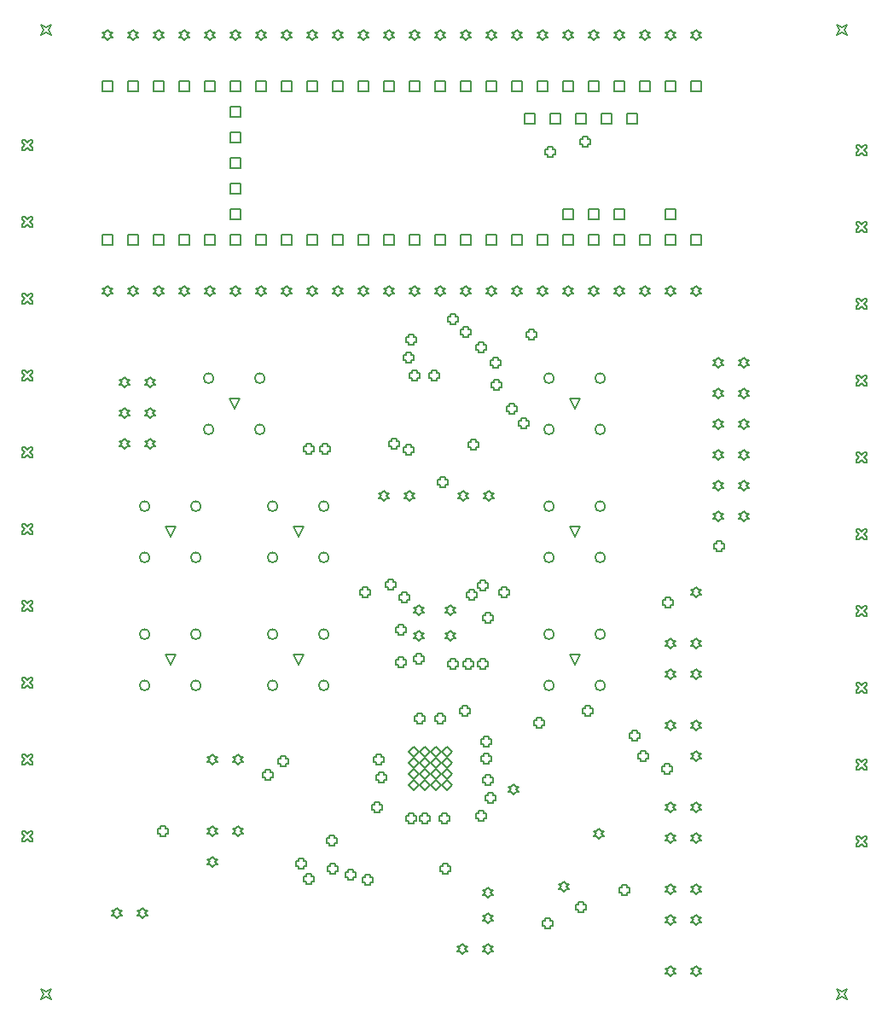
<source format=gbr>
%TF.GenerationSoftware,Altium Limited,Altium Designer,22.3.1 (43)*%
G04 Layer_Color=2752767*
%FSLAX26Y26*%
%MOIN*%
%TF.SameCoordinates,25215B7F-5601-44EC-B639-707B6E2D0B24*%
%TF.FilePolarity,Positive*%
%TF.FileFunction,Drawing*%
%TF.Part,Single*%
G01*
G75*
%TA.AperFunction,NonConductor*%
%ADD72C,0.005000*%
%ADD101C,0.006667*%
D72*
X2020000Y3550000D02*
Y3590000D01*
X2060000D01*
Y3550000D01*
X2020000D01*
X2120000D02*
Y3590000D01*
X2160000D01*
Y3550000D01*
X2120000D01*
X2220000D02*
Y3590000D01*
X2260000D01*
Y3550000D01*
X2220000D01*
X2320000D02*
Y3590000D01*
X2360000D01*
Y3550000D01*
X2320000D01*
X2420000D02*
Y3590000D01*
X2460000D01*
Y3550000D01*
X2420000D01*
X2170000Y3175000D02*
Y3215000D01*
X2210000D01*
Y3175000D01*
X2170000D01*
X2270000D02*
Y3215000D01*
X2310000D01*
Y3175000D01*
X2270000D01*
X2370000D02*
Y3215000D01*
X2410000D01*
Y3175000D01*
X2370000D01*
X2570000D02*
Y3215000D01*
X2610000D01*
Y3175000D01*
X2570000D01*
X870000D02*
Y3215000D01*
X910000D01*
Y3175000D01*
X870000D01*
Y3475000D02*
Y3515000D01*
X910000D01*
Y3475000D01*
X870000D01*
Y3275000D02*
Y3315000D01*
X910000D01*
Y3275000D01*
X870000D01*
Y3375000D02*
Y3415000D01*
X910000D01*
Y3375000D01*
X870000D01*
Y3575000D02*
Y3615000D01*
X910000D01*
Y3575000D01*
X870000D01*
X1170000Y3075000D02*
Y3115000D01*
X1210000D01*
Y3075000D01*
X1170000D01*
X1070000D02*
Y3115000D01*
X1110000D01*
Y3075000D01*
X1070000D01*
X970000D02*
Y3115000D01*
X1010000D01*
Y3075000D01*
X970000D01*
X870000D02*
Y3115000D01*
X910000D01*
Y3075000D01*
X870000D01*
X770000D02*
Y3115000D01*
X810000D01*
Y3075000D01*
X770000D01*
X670000D02*
Y3115000D01*
X710000D01*
Y3075000D01*
X670000D01*
X570000D02*
Y3115000D01*
X610000D01*
Y3075000D01*
X570000D01*
X470000D02*
Y3115000D01*
X510000D01*
Y3075000D01*
X470000D01*
X370000D02*
Y3115000D01*
X410000D01*
Y3075000D01*
X370000D01*
Y3675000D02*
Y3715000D01*
X410000D01*
Y3675000D01*
X370000D01*
X470000D02*
Y3715000D01*
X510000D01*
Y3675000D01*
X470000D01*
X570000D02*
Y3715000D01*
X610000D01*
Y3675000D01*
X570000D01*
X670000D02*
Y3715000D01*
X710000D01*
Y3675000D01*
X670000D01*
X770000D02*
Y3715000D01*
X810000D01*
Y3675000D01*
X770000D01*
X870000D02*
Y3715000D01*
X910000D01*
Y3675000D01*
X870000D01*
X970000D02*
Y3715000D01*
X1010000D01*
Y3675000D01*
X970000D01*
X1070000D02*
Y3715000D01*
X1110000D01*
Y3675000D01*
X1070000D01*
X1170000D02*
Y3715000D01*
X1210000D01*
Y3675000D01*
X1170000D01*
X1270000Y3075000D02*
Y3115000D01*
X1310000D01*
Y3075000D01*
X1270000D01*
Y3675000D02*
Y3715000D01*
X1310000D01*
Y3675000D01*
X1270000D01*
X2670000Y3075000D02*
Y3115000D01*
X2710000D01*
Y3075000D01*
X2670000D01*
Y3675000D02*
Y3715000D01*
X2710000D01*
Y3675000D01*
X2670000D01*
X2570000Y3075000D02*
Y3115000D01*
X2610000D01*
Y3075000D01*
X2570000D01*
X2470000D02*
Y3115000D01*
X2510000D01*
Y3075000D01*
X2470000D01*
X2570000Y3675000D02*
Y3715000D01*
X2610000D01*
Y3675000D01*
X2570000D01*
X2370000Y3075000D02*
Y3115000D01*
X2410000D01*
Y3075000D01*
X2370000D01*
X2270000D02*
Y3115000D01*
X2310000D01*
Y3075000D01*
X2270000D01*
X2170000D02*
Y3115000D01*
X2210000D01*
Y3075000D01*
X2170000D01*
X2070000D02*
Y3115000D01*
X2110000D01*
Y3075000D01*
X2070000D01*
X1970000D02*
Y3115000D01*
X2010000D01*
Y3075000D01*
X1970000D01*
X1870000D02*
Y3115000D01*
X1910000D01*
Y3075000D01*
X1870000D01*
X1770000D02*
Y3115000D01*
X1810000D01*
Y3075000D01*
X1770000D01*
X1670000D02*
Y3115000D01*
X1710000D01*
Y3075000D01*
X1670000D01*
X1570000D02*
Y3115000D01*
X1610000D01*
Y3075000D01*
X1570000D01*
X1470000D02*
Y3115000D01*
X1510000D01*
Y3075000D01*
X1470000D01*
X1370000D02*
Y3115000D01*
X1410000D01*
Y3075000D01*
X1370000D01*
Y3675000D02*
Y3715000D01*
X1410000D01*
Y3675000D01*
X1370000D01*
X1470000D02*
Y3715000D01*
X1510000D01*
Y3675000D01*
X1470000D01*
X1570000D02*
Y3715000D01*
X1610000D01*
Y3675000D01*
X1570000D01*
X1670000D02*
Y3715000D01*
X1710000D01*
Y3675000D01*
X1670000D01*
X1770000D02*
Y3715000D01*
X1810000D01*
Y3675000D01*
X1770000D01*
X1870000D02*
Y3715000D01*
X1910000D01*
Y3675000D01*
X1870000D01*
X1970000D02*
Y3715000D01*
X2010000D01*
Y3675000D01*
X1970000D01*
X2070000D02*
Y3715000D01*
X2110000D01*
Y3675000D01*
X2070000D01*
X2170000D02*
Y3715000D01*
X2210000D01*
Y3675000D01*
X2170000D01*
X2270000D02*
Y3715000D01*
X2310000D01*
Y3675000D01*
X2270000D01*
X2370000D02*
Y3715000D01*
X2410000D01*
Y3675000D01*
X2370000D01*
X2470000D02*
Y3715000D01*
X2510000D01*
Y3675000D01*
X2470000D01*
X2215000Y2435000D02*
X2195000Y2475000D01*
X2235000D01*
X2215000Y2435000D01*
X885000D02*
X865000Y2475000D01*
X905000D01*
X885000Y2435000D01*
X2174737Y548660D02*
X2184737Y558660D01*
X2194737D01*
X2184737Y568660D01*
X2194737Y578660D01*
X2184737D01*
X2174737Y588660D01*
X2164737Y578660D01*
X2154737D01*
X2164737Y568660D01*
X2154737Y558660D01*
X2164737D01*
X2174737Y548660D01*
X1875000Y425000D02*
X1885000Y435000D01*
X1895000D01*
X1885000Y445000D01*
X1895000Y455000D01*
X1885000D01*
X1875000Y465000D01*
X1865000Y455000D01*
X1855000D01*
X1865000Y445000D01*
X1855000Y435000D01*
X1865000D01*
X1875000Y425000D01*
Y525000D02*
X1885000Y535000D01*
X1895000D01*
X1885000Y545000D01*
X1895000Y555000D01*
X1885000D01*
X1875000Y565000D01*
X1865000Y555000D01*
X1855000D01*
X1865000Y545000D01*
X1855000Y535000D01*
X1865000D01*
X1875000Y525000D01*
X2310000Y755000D02*
X2320000Y765000D01*
X2330000D01*
X2320000Y775000D01*
X2330000Y785000D01*
X2320000D01*
X2310000Y795000D01*
X2300000Y785000D01*
X2290000D01*
X2300000Y775000D01*
X2290000Y765000D01*
X2300000D01*
X2310000Y755000D01*
X1975000Y930000D02*
X1985000Y940000D01*
X1995000D01*
X1985000Y950000D01*
X1995000Y960000D01*
X1985000D01*
X1975000Y970000D01*
X1965000Y960000D01*
X1955000D01*
X1965000Y950000D01*
X1955000Y940000D01*
X1965000D01*
X1975000Y930000D01*
X3240000Y3895000D02*
X3250000Y3915000D01*
X3240000Y3935000D01*
X3260000Y3925000D01*
X3280000Y3935000D01*
X3270000Y3915000D01*
X3280000Y3895000D01*
X3260000Y3905000D01*
X3240000Y3895000D01*
X130000D02*
X140000Y3915000D01*
X130000Y3935000D01*
X150000Y3925000D01*
X170000Y3935000D01*
X160000Y3915000D01*
X170000Y3895000D01*
X150000Y3905000D01*
X130000Y3895000D01*
X3240000Y130000D02*
X3250000Y150000D01*
X3240000Y170000D01*
X3260000Y160000D01*
X3280000Y170000D01*
X3270000Y150000D01*
X3280000Y130000D01*
X3260000Y140000D01*
X3240000Y130000D01*
X130000D02*
X140000Y150000D01*
X130000Y170000D01*
X150000Y160000D01*
X170000Y170000D01*
X160000Y150000D01*
X170000Y130000D01*
X150000Y140000D01*
X130000Y130000D01*
X2690000Y1060000D02*
X2700000Y1070000D01*
X2710000D01*
X2700000Y1080000D01*
X2710000Y1090000D01*
X2700000D01*
X2690000Y1100000D01*
X2680000Y1090000D01*
X2670000D01*
X2680000Y1080000D01*
X2670000Y1070000D01*
X2680000D01*
X2690000Y1060000D01*
X800000Y645000D02*
X810000Y655000D01*
X820000D01*
X810000Y665000D01*
X820000Y675000D01*
X810000D01*
X800000Y685000D01*
X790000Y675000D01*
X780000D01*
X790000Y665000D01*
X780000Y655000D01*
X790000D01*
X800000Y645000D01*
X2690000Y1700000D02*
X2700000Y1710000D01*
X2710000D01*
X2700000Y1720000D01*
X2710000Y1730000D01*
X2700000D01*
X2690000Y1740000D01*
X2680000Y1730000D01*
X2670000D01*
X2680000Y1720000D01*
X2670000Y1710000D01*
X2680000D01*
X2690000Y1700000D01*
X1135000Y1435000D02*
X1115000Y1475000D01*
X1155000D01*
X1135000Y1435000D01*
Y1935000D02*
X1115000Y1975000D01*
X1155000D01*
X1135000Y1935000D01*
X1780000Y2075000D02*
X1790000Y2085000D01*
X1800000D01*
X1790000Y2095000D01*
X1800000Y2105000D01*
X1790000D01*
X1780000Y2115000D01*
X1770000Y2105000D01*
X1760000D01*
X1770000Y2095000D01*
X1760000Y2085000D01*
X1770000D01*
X1780000Y2075000D01*
X1880000D02*
X1890000Y2085000D01*
X1900000D01*
X1890000Y2095000D01*
X1900000Y2105000D01*
X1890000D01*
X1880000Y2115000D01*
X1870000Y2105000D01*
X1860000D01*
X1870000Y2095000D01*
X1860000Y2085000D01*
X1870000D01*
X1880000Y2075000D01*
X1470000D02*
X1480000Y2085000D01*
X1490000D01*
X1480000Y2095000D01*
X1490000Y2105000D01*
X1480000D01*
X1470000Y2115000D01*
X1460000Y2105000D01*
X1450000D01*
X1460000Y2095000D01*
X1450000Y2085000D01*
X1460000D01*
X1470000Y2075000D01*
X1570000D02*
X1580000Y2085000D01*
X1590000D01*
X1580000Y2095000D01*
X1590000Y2105000D01*
X1580000D01*
X1570000Y2115000D01*
X1560000Y2105000D01*
X1550000D01*
X1560000Y2095000D01*
X1550000Y2085000D01*
X1560000D01*
X1570000Y2075000D01*
X2215000Y1935000D02*
X2195000Y1975000D01*
X2235000D01*
X2215000Y1935000D01*
X2690000Y220000D02*
X2700000Y230000D01*
X2710000D01*
X2700000Y240000D01*
X2710000Y250000D01*
X2700000D01*
X2690000Y260000D01*
X2680000Y250000D01*
X2670000D01*
X2680000Y240000D01*
X2670000Y230000D01*
X2680000D01*
X2690000Y220000D01*
X2590000D02*
X2600000Y230000D01*
X2610000D01*
X2600000Y240000D01*
X2610000Y250000D01*
X2600000D01*
X2590000Y260000D01*
X2580000Y250000D01*
X2570000D01*
X2580000Y240000D01*
X2570000Y230000D01*
X2580000D01*
X2590000Y220000D01*
Y420000D02*
X2600000Y430000D01*
X2610000D01*
X2600000Y440000D01*
X2610000Y450000D01*
X2600000D01*
X2590000Y460000D01*
X2580000Y450000D01*
X2570000D01*
X2580000Y440000D01*
X2570000Y430000D01*
X2580000D01*
X2590000Y420000D01*
X2690000D02*
X2700000Y430000D01*
X2710000D01*
X2700000Y440000D01*
X2710000Y450000D01*
X2700000D01*
X2690000Y460000D01*
X2680000Y450000D01*
X2670000D01*
X2680000Y440000D01*
X2670000Y430000D01*
X2680000D01*
X2690000Y420000D01*
Y540000D02*
X2700000Y550000D01*
X2710000D01*
X2700000Y560000D01*
X2710000Y570000D01*
X2700000D01*
X2690000Y580000D01*
X2680000Y570000D01*
X2670000D01*
X2680000Y560000D01*
X2670000Y550000D01*
X2680000D01*
X2690000Y540000D01*
X2590000D02*
X2600000Y550000D01*
X2610000D01*
X2600000Y560000D01*
X2610000Y570000D01*
X2600000D01*
X2590000Y580000D01*
X2580000Y570000D01*
X2570000D01*
X2580000Y560000D01*
X2570000Y550000D01*
X2580000D01*
X2590000Y540000D01*
Y1380000D02*
X2600000Y1390000D01*
X2610000D01*
X2600000Y1400000D01*
X2610000Y1410000D01*
X2600000D01*
X2590000Y1420000D01*
X2580000Y1410000D01*
X2570000D01*
X2580000Y1400000D01*
X2570000Y1390000D01*
X2580000D01*
X2590000Y1380000D01*
X2690000D02*
X2700000Y1390000D01*
X2710000D01*
X2700000Y1400000D01*
X2710000Y1410000D01*
X2700000D01*
X2690000Y1420000D01*
X2680000Y1410000D01*
X2670000D01*
X2680000Y1400000D01*
X2670000Y1390000D01*
X2680000D01*
X2690000Y1380000D01*
Y1500000D02*
X2700000Y1510000D01*
X2710000D01*
X2700000Y1520000D01*
X2710000Y1530000D01*
X2700000D01*
X2690000Y1540000D01*
X2680000Y1530000D01*
X2670000D01*
X2680000Y1520000D01*
X2670000Y1510000D01*
X2680000D01*
X2690000Y1500000D01*
X2590000D02*
X2600000Y1510000D01*
X2610000D01*
X2600000Y1520000D01*
X2610000Y1530000D01*
X2600000D01*
X2590000Y1540000D01*
X2580000Y1530000D01*
X2570000D01*
X2580000Y1520000D01*
X2570000Y1510000D01*
X2580000D01*
X2590000Y1500000D01*
X2690000Y1180000D02*
X2700000Y1190000D01*
X2710000D01*
X2700000Y1200000D01*
X2710000Y1210000D01*
X2700000D01*
X2690000Y1220000D01*
X2680000Y1210000D01*
X2670000D01*
X2680000Y1200000D01*
X2670000Y1190000D01*
X2680000D01*
X2690000Y1180000D01*
X2590000D02*
X2600000Y1190000D01*
X2610000D01*
X2600000Y1200000D01*
X2610000Y1210000D01*
X2600000D01*
X2590000Y1220000D01*
X2580000Y1210000D01*
X2570000D01*
X2580000Y1200000D01*
X2570000Y1190000D01*
X2580000D01*
X2590000Y1180000D01*
X2690000Y860000D02*
X2700000Y870000D01*
X2710000D01*
X2700000Y880000D01*
X2710000Y890000D01*
X2700000D01*
X2690000Y900000D01*
X2680000Y890000D01*
X2670000D01*
X2680000Y880000D01*
X2670000Y870000D01*
X2680000D01*
X2690000Y860000D01*
X2590000D02*
X2600000Y870000D01*
X2610000D01*
X2600000Y880000D01*
X2610000Y890000D01*
X2600000D01*
X2590000Y900000D01*
X2580000Y890000D01*
X2570000D01*
X2580000Y880000D01*
X2570000Y870000D01*
X2580000D01*
X2590000Y860000D01*
Y740000D02*
X2600000Y750000D01*
X2610000D01*
X2600000Y760000D01*
X2610000Y770000D01*
X2600000D01*
X2590000Y780000D01*
X2580000Y770000D01*
X2570000D01*
X2580000Y760000D01*
X2570000Y750000D01*
X2580000D01*
X2590000Y740000D01*
X2690000D02*
X2700000Y750000D01*
X2710000D01*
X2700000Y760000D01*
X2710000Y770000D01*
X2700000D01*
X2690000Y780000D01*
X2680000Y770000D01*
X2670000D01*
X2680000Y760000D01*
X2670000Y750000D01*
X2680000D01*
X2690000Y740000D01*
X555000Y2520000D02*
X565000Y2530000D01*
X575000D01*
X565000Y2540000D01*
X575000Y2550000D01*
X565000D01*
X555000Y2560000D01*
X545000Y2550000D01*
X535000D01*
X545000Y2540000D01*
X535000Y2530000D01*
X545000D01*
X555000Y2520000D01*
X455000D02*
X465000Y2530000D01*
X475000D01*
X465000Y2540000D01*
X475000Y2550000D01*
X465000D01*
X455000Y2560000D01*
X445000Y2550000D01*
X435000D01*
X445000Y2540000D01*
X435000Y2530000D01*
X445000D01*
X455000Y2520000D01*
X555000Y2400000D02*
X565000Y2410000D01*
X575000D01*
X565000Y2420000D01*
X575000Y2430000D01*
X565000D01*
X555000Y2440000D01*
X545000Y2430000D01*
X535000D01*
X545000Y2420000D01*
X535000Y2410000D01*
X545000D01*
X555000Y2400000D01*
X455000D02*
X465000Y2410000D01*
X475000D01*
X465000Y2420000D01*
X475000Y2430000D01*
X465000D01*
X455000Y2440000D01*
X445000Y2430000D01*
X435000D01*
X445000Y2420000D01*
X435000Y2410000D01*
X445000D01*
X455000Y2400000D01*
X555000Y2280000D02*
X565000Y2290000D01*
X575000D01*
X565000Y2300000D01*
X575000Y2310000D01*
X565000D01*
X555000Y2320000D01*
X545000Y2310000D01*
X535000D01*
X545000Y2300000D01*
X535000Y2290000D01*
X545000D01*
X555000Y2280000D01*
X455000D02*
X465000Y2290000D01*
X475000D01*
X465000Y2300000D01*
X475000Y2310000D01*
X465000D01*
X455000Y2320000D01*
X445000Y2310000D01*
X435000D01*
X445000Y2300000D01*
X435000Y2290000D01*
X445000D01*
X455000Y2280000D01*
X1730000Y1530000D02*
X1740000Y1540000D01*
X1750000D01*
X1740000Y1550000D01*
X1750000Y1560000D01*
X1740000D01*
X1730000Y1570000D01*
X1720000Y1560000D01*
X1710000D01*
X1720000Y1550000D01*
X1710000Y1540000D01*
X1720000D01*
X1730000Y1530000D01*
Y1630000D02*
X1740000Y1640000D01*
X1750000D01*
X1740000Y1650000D01*
X1750000Y1660000D01*
X1740000D01*
X1730000Y1670000D01*
X1720000Y1660000D01*
X1710000D01*
X1720000Y1650000D01*
X1710000Y1640000D01*
X1720000D01*
X1730000Y1630000D01*
X1605000Y1530000D02*
X1615000Y1540000D01*
X1625000D01*
X1615000Y1550000D01*
X1625000Y1560000D01*
X1615000D01*
X1605000Y1570000D01*
X1595000Y1560000D01*
X1585000D01*
X1595000Y1550000D01*
X1585000Y1540000D01*
X1595000D01*
X1605000Y1530000D01*
Y1630000D02*
X1615000Y1640000D01*
X1625000D01*
X1615000Y1650000D01*
X1625000Y1660000D01*
X1615000D01*
X1605000Y1670000D01*
X1595000Y1660000D01*
X1585000D01*
X1595000Y1650000D01*
X1585000Y1640000D01*
X1595000D01*
X1605000Y1630000D01*
X635000Y1435000D02*
X615000Y1475000D01*
X655000D01*
X635000Y1435000D01*
Y1935000D02*
X615000Y1975000D01*
X655000D01*
X635000Y1935000D01*
X2215000Y1435000D02*
X2195000Y1475000D01*
X2235000D01*
X2215000Y1435000D01*
X2775000Y2235000D02*
X2785000Y2245000D01*
X2795000D01*
X2785000Y2255000D01*
X2795000Y2265000D01*
X2785000D01*
X2775000Y2275000D01*
X2765000Y2265000D01*
X2755000D01*
X2765000Y2255000D01*
X2755000Y2245000D01*
X2765000D01*
X2775000Y2235000D01*
X2875000D02*
X2885000Y2245000D01*
X2895000D01*
X2885000Y2255000D01*
X2895000Y2265000D01*
X2885000D01*
X2875000Y2275000D01*
X2865000Y2265000D01*
X2855000D01*
X2865000Y2255000D01*
X2855000Y2245000D01*
X2865000D01*
X2875000Y2235000D01*
X2775000Y2595000D02*
X2785000Y2605000D01*
X2795000D01*
X2785000Y2615000D01*
X2795000Y2625000D01*
X2785000D01*
X2775000Y2635000D01*
X2765000Y2625000D01*
X2755000D01*
X2765000Y2615000D01*
X2755000Y2605000D01*
X2765000D01*
X2775000Y2595000D01*
X2875000D02*
X2885000Y2605000D01*
X2895000D01*
X2885000Y2615000D01*
X2895000Y2625000D01*
X2885000D01*
X2875000Y2635000D01*
X2865000Y2625000D01*
X2855000D01*
X2865000Y2615000D01*
X2855000Y2605000D01*
X2865000D01*
X2875000Y2595000D01*
X2775000Y2475000D02*
X2785000Y2485000D01*
X2795000D01*
X2785000Y2495000D01*
X2795000Y2505000D01*
X2785000D01*
X2775000Y2515000D01*
X2765000Y2505000D01*
X2755000D01*
X2765000Y2495000D01*
X2755000Y2485000D01*
X2765000D01*
X2775000Y2475000D01*
X2875000D02*
X2885000Y2485000D01*
X2895000D01*
X2885000Y2495000D01*
X2895000Y2505000D01*
X2885000D01*
X2875000Y2515000D01*
X2865000Y2505000D01*
X2855000D01*
X2865000Y2495000D01*
X2855000Y2485000D01*
X2865000D01*
X2875000Y2475000D01*
X2775000Y2355000D02*
X2785000Y2365000D01*
X2795000D01*
X2785000Y2375000D01*
X2795000Y2385000D01*
X2785000D01*
X2775000Y2395000D01*
X2765000Y2385000D01*
X2755000D01*
X2765000Y2375000D01*
X2755000Y2365000D01*
X2765000D01*
X2775000Y2355000D01*
X2875000D02*
X2885000Y2365000D01*
X2895000D01*
X2885000Y2375000D01*
X2895000Y2385000D01*
X2885000D01*
X2875000Y2395000D01*
X2865000Y2385000D01*
X2855000D01*
X2865000Y2375000D01*
X2855000Y2365000D01*
X2865000D01*
X2875000Y2355000D01*
X2775000Y1995000D02*
X2785000Y2005000D01*
X2795000D01*
X2785000Y2015000D01*
X2795000Y2025000D01*
X2785000D01*
X2775000Y2035000D01*
X2765000Y2025000D01*
X2755000D01*
X2765000Y2015000D01*
X2755000Y2005000D01*
X2765000D01*
X2775000Y1995000D01*
X2875000D02*
X2885000Y2005000D01*
X2895000D01*
X2885000Y2015000D01*
X2895000Y2025000D01*
X2885000D01*
X2875000Y2035000D01*
X2865000Y2025000D01*
X2855000D01*
X2865000Y2015000D01*
X2855000Y2005000D01*
X2865000D01*
X2875000Y1995000D01*
X2775000Y2115000D02*
X2785000Y2125000D01*
X2795000D01*
X2785000Y2135000D01*
X2795000Y2145000D01*
X2785000D01*
X2775000Y2155000D01*
X2765000Y2145000D01*
X2755000D01*
X2765000Y2135000D01*
X2755000Y2125000D01*
X2765000D01*
X2775000Y2115000D01*
X2875000D02*
X2885000Y2125000D01*
X2895000D01*
X2885000Y2135000D01*
X2895000Y2145000D01*
X2885000D01*
X2875000Y2155000D01*
X2865000Y2145000D01*
X2855000D01*
X2865000Y2135000D01*
X2855000Y2125000D01*
X2865000D01*
X2875000Y2115000D01*
X2690000Y3875000D02*
X2700000Y3885000D01*
X2710000D01*
X2700000Y3895000D01*
X2710000Y3905000D01*
X2700000D01*
X2690000Y3915000D01*
X2680000Y3905000D01*
X2670000D01*
X2680000Y3895000D01*
X2670000Y3885000D01*
X2680000D01*
X2690000Y3875000D01*
X390000D02*
X400000Y3885000D01*
X410000D01*
X400000Y3895000D01*
X410000Y3905000D01*
X400000D01*
X390000Y3915000D01*
X380000Y3905000D01*
X370000D01*
X380000Y3895000D01*
X370000Y3885000D01*
X380000D01*
X390000Y3875000D01*
X490000D02*
X500000Y3885000D01*
X510000D01*
X500000Y3895000D01*
X510000Y3905000D01*
X500000D01*
X490000Y3915000D01*
X480000Y3905000D01*
X470000D01*
X480000Y3895000D01*
X470000Y3885000D01*
X480000D01*
X490000Y3875000D01*
X590000D02*
X600000Y3885000D01*
X610000D01*
X600000Y3895000D01*
X610000Y3905000D01*
X600000D01*
X590000Y3915000D01*
X580000Y3905000D01*
X570000D01*
X580000Y3895000D01*
X570000Y3885000D01*
X580000D01*
X590000Y3875000D01*
X690000D02*
X700000Y3885000D01*
X710000D01*
X700000Y3895000D01*
X710000Y3905000D01*
X700000D01*
X690000Y3915000D01*
X680000Y3905000D01*
X670000D01*
X680000Y3895000D01*
X670000Y3885000D01*
X680000D01*
X690000Y3875000D01*
X790000D02*
X800000Y3885000D01*
X810000D01*
X800000Y3895000D01*
X810000Y3905000D01*
X800000D01*
X790000Y3915000D01*
X780000Y3905000D01*
X770000D01*
X780000Y3895000D01*
X770000Y3885000D01*
X780000D01*
X790000Y3875000D01*
X890000D02*
X900000Y3885000D01*
X910000D01*
X900000Y3895000D01*
X910000Y3905000D01*
X900000D01*
X890000Y3915000D01*
X880000Y3905000D01*
X870000D01*
X880000Y3895000D01*
X870000Y3885000D01*
X880000D01*
X890000Y3875000D01*
X990000D02*
X1000000Y3885000D01*
X1010000D01*
X1000000Y3895000D01*
X1010000Y3905000D01*
X1000000D01*
X990000Y3915000D01*
X980000Y3905000D01*
X970000D01*
X980000Y3895000D01*
X970000Y3885000D01*
X980000D01*
X990000Y3875000D01*
X1090000D02*
X1100000Y3885000D01*
X1110000D01*
X1100000Y3895000D01*
X1110000Y3905000D01*
X1100000D01*
X1090000Y3915000D01*
X1080000Y3905000D01*
X1070000D01*
X1080000Y3895000D01*
X1070000Y3885000D01*
X1080000D01*
X1090000Y3875000D01*
X1190000D02*
X1200000Y3885000D01*
X1210000D01*
X1200000Y3895000D01*
X1210000Y3905000D01*
X1200000D01*
X1190000Y3915000D01*
X1180000Y3905000D01*
X1170000D01*
X1180000Y3895000D01*
X1170000Y3885000D01*
X1180000D01*
X1190000Y3875000D01*
X1290000D02*
X1300000Y3885000D01*
X1310000D01*
X1300000Y3895000D01*
X1310000Y3905000D01*
X1300000D01*
X1290000Y3915000D01*
X1280000Y3905000D01*
X1270000D01*
X1280000Y3895000D01*
X1270000Y3885000D01*
X1280000D01*
X1290000Y3875000D01*
X1390000D02*
X1400000Y3885000D01*
X1410000D01*
X1400000Y3895000D01*
X1410000Y3905000D01*
X1400000D01*
X1390000Y3915000D01*
X1380000Y3905000D01*
X1370000D01*
X1380000Y3895000D01*
X1370000Y3885000D01*
X1380000D01*
X1390000Y3875000D01*
X1490000D02*
X1500000Y3885000D01*
X1510000D01*
X1500000Y3895000D01*
X1510000Y3905000D01*
X1500000D01*
X1490000Y3915000D01*
X1480000Y3905000D01*
X1470000D01*
X1480000Y3895000D01*
X1470000Y3885000D01*
X1480000D01*
X1490000Y3875000D01*
X1590000D02*
X1600000Y3885000D01*
X1610000D01*
X1600000Y3895000D01*
X1610000Y3905000D01*
X1600000D01*
X1590000Y3915000D01*
X1580000Y3905000D01*
X1570000D01*
X1580000Y3895000D01*
X1570000Y3885000D01*
X1580000D01*
X1590000Y3875000D01*
X1690000D02*
X1700000Y3885000D01*
X1710000D01*
X1700000Y3895000D01*
X1710000Y3905000D01*
X1700000D01*
X1690000Y3915000D01*
X1680000Y3905000D01*
X1670000D01*
X1680000Y3895000D01*
X1670000Y3885000D01*
X1680000D01*
X1690000Y3875000D01*
X1790000D02*
X1800000Y3885000D01*
X1810000D01*
X1800000Y3895000D01*
X1810000Y3905000D01*
X1800000D01*
X1790000Y3915000D01*
X1780000Y3905000D01*
X1770000D01*
X1780000Y3895000D01*
X1770000Y3885000D01*
X1780000D01*
X1790000Y3875000D01*
X1890000D02*
X1900000Y3885000D01*
X1910000D01*
X1900000Y3895000D01*
X1910000Y3905000D01*
X1900000D01*
X1890000Y3915000D01*
X1880000Y3905000D01*
X1870000D01*
X1880000Y3895000D01*
X1870000Y3885000D01*
X1880000D01*
X1890000Y3875000D01*
X1990000D02*
X2000000Y3885000D01*
X2010000D01*
X2000000Y3895000D01*
X2010000Y3905000D01*
X2000000D01*
X1990000Y3915000D01*
X1980000Y3905000D01*
X1970000D01*
X1980000Y3895000D01*
X1970000Y3885000D01*
X1980000D01*
X1990000Y3875000D01*
X2090000D02*
X2100000Y3885000D01*
X2110000D01*
X2100000Y3895000D01*
X2110000Y3905000D01*
X2100000D01*
X2090000Y3915000D01*
X2080000Y3905000D01*
X2070000D01*
X2080000Y3895000D01*
X2070000Y3885000D01*
X2080000D01*
X2090000Y3875000D01*
X2190000D02*
X2200000Y3885000D01*
X2210000D01*
X2200000Y3895000D01*
X2210000Y3905000D01*
X2200000D01*
X2190000Y3915000D01*
X2180000Y3905000D01*
X2170000D01*
X2180000Y3895000D01*
X2170000Y3885000D01*
X2180000D01*
X2190000Y3875000D01*
X2290000D02*
X2300000Y3885000D01*
X2310000D01*
X2300000Y3895000D01*
X2310000Y3905000D01*
X2300000D01*
X2290000Y3915000D01*
X2280000Y3905000D01*
X2270000D01*
X2280000Y3895000D01*
X2270000Y3885000D01*
X2280000D01*
X2290000Y3875000D01*
X2390000D02*
X2400000Y3885000D01*
X2410000D01*
X2400000Y3895000D01*
X2410000Y3905000D01*
X2400000D01*
X2390000Y3915000D01*
X2380000Y3905000D01*
X2370000D01*
X2380000Y3895000D01*
X2370000Y3885000D01*
X2380000D01*
X2390000Y3875000D01*
X2490000D02*
X2500000Y3885000D01*
X2510000D01*
X2500000Y3895000D01*
X2510000Y3905000D01*
X2500000D01*
X2490000Y3915000D01*
X2480000Y3905000D01*
X2470000D01*
X2480000Y3895000D01*
X2470000Y3885000D01*
X2480000D01*
X2490000Y3875000D01*
X2590000D02*
X2600000Y3885000D01*
X2610000D01*
X2600000Y3895000D01*
X2610000Y3905000D01*
X2600000D01*
X2590000Y3915000D01*
X2580000Y3905000D01*
X2570000D01*
X2580000Y3895000D01*
X2570000Y3885000D01*
X2580000D01*
X2590000Y3875000D01*
X2690000Y2875000D02*
X2700000Y2885000D01*
X2710000D01*
X2700000Y2895000D01*
X2710000Y2905000D01*
X2700000D01*
X2690000Y2915000D01*
X2680000Y2905000D01*
X2670000D01*
X2680000Y2895000D01*
X2670000Y2885000D01*
X2680000D01*
X2690000Y2875000D01*
X390000D02*
X400000Y2885000D01*
X410000D01*
X400000Y2895000D01*
X410000Y2905000D01*
X400000D01*
X390000Y2915000D01*
X380000Y2905000D01*
X370000D01*
X380000Y2895000D01*
X370000Y2885000D01*
X380000D01*
X390000Y2875000D01*
X490000D02*
X500000Y2885000D01*
X510000D01*
X500000Y2895000D01*
X510000Y2905000D01*
X500000D01*
X490000Y2915000D01*
X480000Y2905000D01*
X470000D01*
X480000Y2895000D01*
X470000Y2885000D01*
X480000D01*
X490000Y2875000D01*
X590000D02*
X600000Y2885000D01*
X610000D01*
X600000Y2895000D01*
X610000Y2905000D01*
X600000D01*
X590000Y2915000D01*
X580000Y2905000D01*
X570000D01*
X580000Y2895000D01*
X570000Y2885000D01*
X580000D01*
X590000Y2875000D01*
X690000D02*
X700000Y2885000D01*
X710000D01*
X700000Y2895000D01*
X710000Y2905000D01*
X700000D01*
X690000Y2915000D01*
X680000Y2905000D01*
X670000D01*
X680000Y2895000D01*
X670000Y2885000D01*
X680000D01*
X690000Y2875000D01*
X790000D02*
X800000Y2885000D01*
X810000D01*
X800000Y2895000D01*
X810000Y2905000D01*
X800000D01*
X790000Y2915000D01*
X780000Y2905000D01*
X770000D01*
X780000Y2895000D01*
X770000Y2885000D01*
X780000D01*
X790000Y2875000D01*
X890000D02*
X900000Y2885000D01*
X910000D01*
X900000Y2895000D01*
X910000Y2905000D01*
X900000D01*
X890000Y2915000D01*
X880000Y2905000D01*
X870000D01*
X880000Y2895000D01*
X870000Y2885000D01*
X880000D01*
X890000Y2875000D01*
X990000D02*
X1000000Y2885000D01*
X1010000D01*
X1000000Y2895000D01*
X1010000Y2905000D01*
X1000000D01*
X990000Y2915000D01*
X980000Y2905000D01*
X970000D01*
X980000Y2895000D01*
X970000Y2885000D01*
X980000D01*
X990000Y2875000D01*
X1090000D02*
X1100000Y2885000D01*
X1110000D01*
X1100000Y2895000D01*
X1110000Y2905000D01*
X1100000D01*
X1090000Y2915000D01*
X1080000Y2905000D01*
X1070000D01*
X1080000Y2895000D01*
X1070000Y2885000D01*
X1080000D01*
X1090000Y2875000D01*
X1190000D02*
X1200000Y2885000D01*
X1210000D01*
X1200000Y2895000D01*
X1210000Y2905000D01*
X1200000D01*
X1190000Y2915000D01*
X1180000Y2905000D01*
X1170000D01*
X1180000Y2895000D01*
X1170000Y2885000D01*
X1180000D01*
X1190000Y2875000D01*
X1290000D02*
X1300000Y2885000D01*
X1310000D01*
X1300000Y2895000D01*
X1310000Y2905000D01*
X1300000D01*
X1290000Y2915000D01*
X1280000Y2905000D01*
X1270000D01*
X1280000Y2895000D01*
X1270000Y2885000D01*
X1280000D01*
X1290000Y2875000D01*
X1390000D02*
X1400000Y2885000D01*
X1410000D01*
X1400000Y2895000D01*
X1410000Y2905000D01*
X1400000D01*
X1390000Y2915000D01*
X1380000Y2905000D01*
X1370000D01*
X1380000Y2895000D01*
X1370000Y2885000D01*
X1380000D01*
X1390000Y2875000D01*
X1490000D02*
X1500000Y2885000D01*
X1510000D01*
X1500000Y2895000D01*
X1510000Y2905000D01*
X1500000D01*
X1490000Y2915000D01*
X1480000Y2905000D01*
X1470000D01*
X1480000Y2895000D01*
X1470000Y2885000D01*
X1480000D01*
X1490000Y2875000D01*
X1590000D02*
X1600000Y2885000D01*
X1610000D01*
X1600000Y2895000D01*
X1610000Y2905000D01*
X1600000D01*
X1590000Y2915000D01*
X1580000Y2905000D01*
X1570000D01*
X1580000Y2895000D01*
X1570000Y2885000D01*
X1580000D01*
X1590000Y2875000D01*
X1690000D02*
X1700000Y2885000D01*
X1710000D01*
X1700000Y2895000D01*
X1710000Y2905000D01*
X1700000D01*
X1690000Y2915000D01*
X1680000Y2905000D01*
X1670000D01*
X1680000Y2895000D01*
X1670000Y2885000D01*
X1680000D01*
X1690000Y2875000D01*
X1790000D02*
X1800000Y2885000D01*
X1810000D01*
X1800000Y2895000D01*
X1810000Y2905000D01*
X1800000D01*
X1790000Y2915000D01*
X1780000Y2905000D01*
X1770000D01*
X1780000Y2895000D01*
X1770000Y2885000D01*
X1780000D01*
X1790000Y2875000D01*
X1890000D02*
X1900000Y2885000D01*
X1910000D01*
X1900000Y2895000D01*
X1910000Y2905000D01*
X1900000D01*
X1890000Y2915000D01*
X1880000Y2905000D01*
X1870000D01*
X1880000Y2895000D01*
X1870000Y2885000D01*
X1880000D01*
X1890000Y2875000D01*
X1990000D02*
X2000000Y2885000D01*
X2010000D01*
X2000000Y2895000D01*
X2010000Y2905000D01*
X2000000D01*
X1990000Y2915000D01*
X1980000Y2905000D01*
X1970000D01*
X1980000Y2895000D01*
X1970000Y2885000D01*
X1980000D01*
X1990000Y2875000D01*
X2090000D02*
X2100000Y2885000D01*
X2110000D01*
X2100000Y2895000D01*
X2110000Y2905000D01*
X2100000D01*
X2090000Y2915000D01*
X2080000Y2905000D01*
X2070000D01*
X2080000Y2895000D01*
X2070000Y2885000D01*
X2080000D01*
X2090000Y2875000D01*
X2190000D02*
X2200000Y2885000D01*
X2210000D01*
X2200000Y2895000D01*
X2210000Y2905000D01*
X2200000D01*
X2190000Y2915000D01*
X2180000Y2905000D01*
X2170000D01*
X2180000Y2895000D01*
X2170000Y2885000D01*
X2180000D01*
X2190000Y2875000D01*
X2290000D02*
X2300000Y2885000D01*
X2310000D01*
X2300000Y2895000D01*
X2310000Y2905000D01*
X2300000D01*
X2290000Y2915000D01*
X2280000Y2905000D01*
X2270000D01*
X2280000Y2895000D01*
X2270000Y2885000D01*
X2280000D01*
X2290000Y2875000D01*
X2390000D02*
X2400000Y2885000D01*
X2410000D01*
X2400000Y2895000D01*
X2410000Y2905000D01*
X2400000D01*
X2390000Y2915000D01*
X2380000Y2905000D01*
X2370000D01*
X2380000Y2895000D01*
X2370000Y2885000D01*
X2380000D01*
X2390000Y2875000D01*
X2490000D02*
X2500000Y2885000D01*
X2510000D01*
X2500000Y2895000D01*
X2510000Y2905000D01*
X2500000D01*
X2490000Y2915000D01*
X2480000Y2905000D01*
X2470000D01*
X2480000Y2895000D01*
X2470000Y2885000D01*
X2480000D01*
X2490000Y2875000D01*
X2590000D02*
X2600000Y2885000D01*
X2610000D01*
X2600000Y2895000D01*
X2610000Y2905000D01*
X2600000D01*
X2590000Y2915000D01*
X2580000Y2905000D01*
X2570000D01*
X2580000Y2895000D01*
X2570000Y2885000D01*
X2580000D01*
X2590000Y2875000D01*
X425000Y445000D02*
X435000Y455000D01*
X445000D01*
X435000Y465000D01*
X445000Y475000D01*
X435000D01*
X425000Y485000D01*
X415000Y475000D01*
X405000D01*
X415000Y465000D01*
X405000Y455000D01*
X415000D01*
X425000Y445000D01*
X525000D02*
X535000Y455000D01*
X545000D01*
X535000Y465000D01*
X545000Y475000D01*
X535000D01*
X525000Y485000D01*
X515000Y475000D01*
X505000D01*
X515000Y465000D01*
X505000Y455000D01*
X515000D01*
X525000Y445000D01*
X800000Y1045000D02*
X810000Y1055000D01*
X820000D01*
X810000Y1065000D01*
X820000Y1075000D01*
X810000D01*
X800000Y1085000D01*
X790000Y1075000D01*
X780000D01*
X790000Y1065000D01*
X780000Y1055000D01*
X790000D01*
X800000Y1045000D01*
X900000D02*
X910000Y1055000D01*
X920000D01*
X910000Y1065000D01*
X920000Y1075000D01*
X910000D01*
X900000Y1085000D01*
X890000Y1075000D01*
X880000D01*
X890000Y1065000D01*
X880000Y1055000D01*
X890000D01*
X900000Y1045000D01*
X1875000Y305000D02*
X1885000Y315000D01*
X1895000D01*
X1885000Y325000D01*
X1895000Y335000D01*
X1885000D01*
X1875000Y345000D01*
X1865000Y335000D01*
X1855000D01*
X1865000Y325000D01*
X1855000Y315000D01*
X1865000D01*
X1875000Y305000D01*
X1775000D02*
X1785000Y315000D01*
X1795000D01*
X1785000Y325000D01*
X1795000Y335000D01*
X1785000D01*
X1775000Y345000D01*
X1765000Y335000D01*
X1755000D01*
X1765000Y325000D01*
X1755000Y315000D01*
X1765000D01*
X1775000Y305000D01*
X900000Y765000D02*
X910000Y775000D01*
X920000D01*
X910000Y785000D01*
X920000Y795000D01*
X910000D01*
X900000Y805000D01*
X890000Y795000D01*
X880000D01*
X890000Y785000D01*
X880000Y775000D01*
X890000D01*
X900000Y765000D01*
X800000D02*
X810000Y775000D01*
X820000D01*
X810000Y785000D01*
X820000Y795000D01*
X810000D01*
X800000Y805000D01*
X790000Y795000D01*
X780000D01*
X790000Y785000D01*
X780000Y775000D01*
X790000D01*
X800000Y765000D01*
X2005000Y2370000D02*
Y2360000D01*
X2025000D01*
Y2370000D01*
X2035000D01*
Y2390000D01*
X2025000D01*
Y2400000D01*
X2005000D01*
Y2390000D01*
X1995000D01*
Y2370000D01*
X2005000D01*
X2035000Y2715000D02*
Y2705000D01*
X2055000D01*
Y2715000D01*
X2065000D01*
Y2735000D01*
X2055000D01*
Y2745000D01*
X2035000D01*
Y2735000D01*
X2025000D01*
Y2715000D01*
X2035000D01*
X1960000Y2425000D02*
Y2415000D01*
X1980000D01*
Y2425000D01*
X1990000D01*
Y2445000D01*
X1980000D01*
Y2455000D01*
X1960000D01*
Y2445000D01*
X1950000D01*
Y2425000D01*
X1960000D01*
X1810000Y2285000D02*
Y2275000D01*
X1830000D01*
Y2285000D01*
X1840000D01*
Y2305000D01*
X1830000D01*
Y2315000D01*
X1810000D01*
Y2305000D01*
X1800000D01*
Y2285000D01*
X1810000D01*
X1525000Y1563436D02*
Y1553436D01*
X1545000D01*
Y1563436D01*
X1555000D01*
Y1583436D01*
X1545000D01*
Y1593436D01*
X1525000D01*
Y1583436D01*
X1515000D01*
Y1563436D01*
X1525000D01*
X1540000Y1690000D02*
Y1680000D01*
X1560000D01*
Y1690000D01*
X1570000D01*
Y1710000D01*
X1560000D01*
Y1720000D01*
X1540000D01*
Y1710000D01*
X1530000D01*
Y1690000D01*
X1540000D01*
X1255000Y738436D02*
Y728436D01*
X1275000D01*
Y738436D01*
X1285000D01*
Y758436D01*
X1275000D01*
Y768436D01*
X1255000D01*
Y758436D01*
X1245000D01*
Y738436D01*
X1255000D01*
X1555000Y2265000D02*
Y2255000D01*
X1575000D01*
Y2265000D01*
X1585000D01*
Y2285000D01*
X1575000D01*
Y2295000D01*
X1555000D01*
Y2285000D01*
X1545000D01*
Y2265000D01*
X1555000D01*
X1691038Y2138952D02*
Y2128952D01*
X1711038D01*
Y2138952D01*
X1721038D01*
Y2158952D01*
X1711038D01*
Y2168952D01*
X1691038D01*
Y2158952D01*
X1681038D01*
Y2138952D01*
X1691038D01*
X3315000Y2825000D02*
X3325000D01*
X3335000Y2835000D01*
X3345000Y2825000D01*
X3355000D01*
Y2835000D01*
X3345000Y2845000D01*
X3355000Y2855000D01*
Y2865000D01*
X3345000D01*
X3335000Y2855000D01*
X3325000Y2865000D01*
X3315000D01*
Y2855000D01*
X3325000Y2845000D01*
X3315000Y2835000D01*
Y2825000D01*
Y1625000D02*
X3325000D01*
X3335000Y1635000D01*
X3345000Y1625000D01*
X3355000D01*
Y1635000D01*
X3345000Y1645000D01*
X3355000Y1655000D01*
Y1665000D01*
X3345000D01*
X3335000Y1655000D01*
X3325000Y1665000D01*
X3315000D01*
Y1655000D01*
X3325000Y1645000D01*
X3315000Y1635000D01*
Y1625000D01*
Y1325000D02*
X3325000D01*
X3335000Y1335000D01*
X3345000Y1325000D01*
X3355000D01*
Y1335000D01*
X3345000Y1345000D01*
X3355000Y1355000D01*
Y1365000D01*
X3345000D01*
X3335000Y1355000D01*
X3325000Y1365000D01*
X3315000D01*
Y1355000D01*
X3325000Y1345000D01*
X3315000Y1335000D01*
Y1325000D01*
Y1025000D02*
X3325000D01*
X3335000Y1035000D01*
X3345000Y1025000D01*
X3355000D01*
Y1035000D01*
X3345000Y1045000D01*
X3355000Y1055000D01*
Y1065000D01*
X3345000D01*
X3335000Y1055000D01*
X3325000Y1065000D01*
X3315000D01*
Y1055000D01*
X3325000Y1045000D01*
X3315000Y1035000D01*
Y1025000D01*
Y3125000D02*
X3325000D01*
X3335000Y3135000D01*
X3345000Y3125000D01*
X3355000D01*
Y3135000D01*
X3345000Y3145000D01*
X3355000Y3155000D01*
Y3165000D01*
X3345000D01*
X3335000Y3155000D01*
X3325000Y3165000D01*
X3315000D01*
Y3155000D01*
X3325000Y3145000D01*
X3315000Y3135000D01*
Y3125000D01*
Y2525000D02*
X3325000D01*
X3335000Y2535000D01*
X3345000Y2525000D01*
X3355000D01*
Y2535000D01*
X3345000Y2545000D01*
X3355000Y2555000D01*
Y2565000D01*
X3345000D01*
X3335000Y2555000D01*
X3325000Y2565000D01*
X3315000D01*
Y2555000D01*
X3325000Y2545000D01*
X3315000Y2535000D01*
Y2525000D01*
Y2225000D02*
X3325000D01*
X3335000Y2235000D01*
X3345000Y2225000D01*
X3355000D01*
Y2235000D01*
X3345000Y2245000D01*
X3355000Y2255000D01*
Y2265000D01*
X3345000D01*
X3335000Y2255000D01*
X3325000Y2265000D01*
X3315000D01*
Y2255000D01*
X3325000Y2245000D01*
X3315000Y2235000D01*
Y2225000D01*
Y1925000D02*
X3325000D01*
X3335000Y1935000D01*
X3345000Y1925000D01*
X3355000D01*
Y1935000D01*
X3345000Y1945000D01*
X3355000Y1955000D01*
Y1965000D01*
X3345000D01*
X3335000Y1955000D01*
X3325000Y1965000D01*
X3315000D01*
Y1955000D01*
X3325000Y1945000D01*
X3315000Y1935000D01*
Y1925000D01*
Y725000D02*
X3325000D01*
X3335000Y735000D01*
X3345000Y725000D01*
X3355000D01*
Y735000D01*
X3345000Y745000D01*
X3355000Y755000D01*
Y765000D01*
X3345000D01*
X3335000Y755000D01*
X3325000Y765000D01*
X3315000D01*
Y755000D01*
X3325000Y745000D01*
X3315000Y735000D01*
Y725000D01*
Y3425000D02*
X3325000D01*
X3335000Y3435000D01*
X3345000Y3425000D01*
X3355000D01*
Y3435000D01*
X3345000Y3445000D01*
X3355000Y3455000D01*
Y3465000D01*
X3345000D01*
X3335000Y3455000D01*
X3325000Y3465000D01*
X3315000D01*
Y3455000D01*
X3325000Y3445000D01*
X3315000Y3435000D01*
Y3425000D01*
X55000Y745000D02*
X65000D01*
X75000Y755000D01*
X85000Y745000D01*
X95000D01*
Y755000D01*
X85000Y765000D01*
X95000Y775000D01*
Y785000D01*
X85000D01*
X75000Y775000D01*
X65000Y785000D01*
X55000D01*
Y775000D01*
X65000Y765000D01*
X55000Y755000D01*
Y745000D01*
Y1045000D02*
X65000D01*
X75000Y1055000D01*
X85000Y1045000D01*
X95000D01*
Y1055000D01*
X85000Y1065000D01*
X95000Y1075000D01*
Y1085000D01*
X85000D01*
X75000Y1075000D01*
X65000Y1085000D01*
X55000D01*
Y1075000D01*
X65000Y1065000D01*
X55000Y1055000D01*
Y1045000D01*
Y1345000D02*
X65000D01*
X75000Y1355000D01*
X85000Y1345000D01*
X95000D01*
Y1355000D01*
X85000Y1365000D01*
X95000Y1375000D01*
Y1385000D01*
X85000D01*
X75000Y1375000D01*
X65000Y1385000D01*
X55000D01*
Y1375000D01*
X65000Y1365000D01*
X55000Y1355000D01*
Y1345000D01*
Y1645000D02*
X65000D01*
X75000Y1655000D01*
X85000Y1645000D01*
X95000D01*
Y1655000D01*
X85000Y1665000D01*
X95000Y1675000D01*
Y1685000D01*
X85000D01*
X75000Y1675000D01*
X65000Y1685000D01*
X55000D01*
Y1675000D01*
X65000Y1665000D01*
X55000Y1655000D01*
Y1645000D01*
Y1945000D02*
X65000D01*
X75000Y1955000D01*
X85000Y1945000D01*
X95000D01*
Y1955000D01*
X85000Y1965000D01*
X95000Y1975000D01*
Y1985000D01*
X85000D01*
X75000Y1975000D01*
X65000Y1985000D01*
X55000D01*
Y1975000D01*
X65000Y1965000D01*
X55000Y1955000D01*
Y1945000D01*
Y2245000D02*
X65000D01*
X75000Y2255000D01*
X85000Y2245000D01*
X95000D01*
Y2255000D01*
X85000Y2265000D01*
X95000Y2275000D01*
Y2285000D01*
X85000D01*
X75000Y2275000D01*
X65000Y2285000D01*
X55000D01*
Y2275000D01*
X65000Y2265000D01*
X55000Y2255000D01*
Y2245000D01*
Y2545000D02*
X65000D01*
X75000Y2555000D01*
X85000Y2545000D01*
X95000D01*
Y2555000D01*
X85000Y2565000D01*
X95000Y2575000D01*
Y2585000D01*
X85000D01*
X75000Y2575000D01*
X65000Y2585000D01*
X55000D01*
Y2575000D01*
X65000Y2565000D01*
X55000Y2555000D01*
Y2545000D01*
Y2845000D02*
X65000D01*
X75000Y2855000D01*
X85000Y2845000D01*
X95000D01*
Y2855000D01*
X85000Y2865000D01*
X95000Y2875000D01*
Y2885000D01*
X85000D01*
X75000Y2875000D01*
X65000Y2885000D01*
X55000D01*
Y2875000D01*
X65000Y2865000D01*
X55000Y2855000D01*
Y2845000D01*
Y3145000D02*
X65000D01*
X75000Y3155000D01*
X85000Y3145000D01*
X95000D01*
Y3155000D01*
X85000Y3165000D01*
X95000Y3175000D01*
Y3185000D01*
X85000D01*
X75000Y3175000D01*
X65000Y3185000D01*
X55000D01*
Y3175000D01*
X65000Y3165000D01*
X55000Y3155000D01*
Y3145000D01*
Y3445000D02*
X65000D01*
X75000Y3455000D01*
X85000Y3445000D01*
X95000D01*
Y3455000D01*
X85000Y3465000D01*
X95000Y3475000D01*
Y3485000D01*
X85000D01*
X75000Y3475000D01*
X65000Y3485000D01*
X55000D01*
Y3475000D01*
X65000Y3465000D01*
X55000Y3455000D01*
Y3445000D01*
X2255000Y1245000D02*
Y1235000D01*
X2275000D01*
Y1245000D01*
X2285000D01*
Y1265000D01*
X2275000D01*
Y1275000D01*
X2255000D01*
Y1265000D01*
X2245000D01*
Y1245000D01*
X2255000D01*
X1875000Y905000D02*
Y895000D01*
X1895000D01*
Y905000D01*
X1905000D01*
Y925000D01*
X1895000D01*
Y935000D01*
X1875000D01*
Y925000D01*
X1865000D01*
Y905000D01*
X1875000D01*
X1840000Y835000D02*
Y825000D01*
X1860000D01*
Y835000D01*
X1870000D01*
Y855000D01*
X1860000D01*
Y865000D01*
X1840000D01*
Y855000D01*
X1830000D01*
Y835000D01*
X1840000D01*
X2400000Y547000D02*
Y537000D01*
X2420000D01*
Y547000D01*
X2430000D01*
Y567000D01*
X2420000D01*
Y577000D01*
X2400000D01*
Y567000D01*
X2390000D01*
Y547000D01*
X2400000D01*
X2230000Y480000D02*
Y470000D01*
X2250000D01*
Y480000D01*
X2260000D01*
Y500000D01*
X2250000D01*
Y510000D01*
X2230000D01*
Y500000D01*
X2220000D01*
Y480000D01*
X2230000D01*
X2100000Y415000D02*
Y405000D01*
X2120000D01*
Y415000D01*
X2130000D01*
Y435000D01*
X2120000D01*
Y445000D01*
X2100000D01*
Y435000D01*
X2090000D01*
Y415000D01*
X2100000D01*
X595000Y775000D02*
Y765000D01*
X615000D01*
Y775000D01*
X625000D01*
Y795000D01*
X615000D01*
Y805000D01*
X595000D01*
Y795000D01*
X585000D01*
Y775000D01*
X595000D01*
X2565000Y1020000D02*
Y1010000D01*
X2585000D01*
Y1020000D01*
X2595000D01*
Y1040000D01*
X2585000D01*
Y1050000D01*
X2565000D01*
Y1040000D01*
X2555000D01*
Y1020000D01*
X2565000D01*
X2440000Y1150000D02*
Y1140000D01*
X2460000D01*
Y1150000D01*
X2470000D01*
Y1170000D01*
X2460000D01*
Y1180000D01*
X2440000D01*
Y1170000D01*
X2430000D01*
Y1150000D01*
X2440000D01*
X1860000Y1060000D02*
Y1050000D01*
X1880000D01*
Y1060000D01*
X1890000D01*
Y1080000D01*
X1880000D01*
Y1090000D01*
X1860000D01*
Y1080000D01*
X1850000D01*
Y1060000D01*
X1860000D01*
X1900000Y2520000D02*
Y2510000D01*
X1920000D01*
Y2520000D01*
X1930000D01*
Y2540000D01*
X1920000D01*
Y2550000D01*
X1900000D01*
Y2540000D01*
X1890000D01*
Y2520000D01*
X1900000D01*
X1655000Y2555000D02*
Y2545000D01*
X1675000D01*
Y2555000D01*
X1685000D01*
Y2575000D01*
X1675000D01*
Y2585000D01*
X1655000D01*
Y2575000D01*
X1645000D01*
Y2555000D01*
X1655000D01*
X1580386D02*
Y2545000D01*
X1600386D01*
Y2555000D01*
X1610386D01*
Y2575000D01*
X1600386D01*
Y2585000D01*
X1580386D01*
Y2575000D01*
X1570386D01*
Y2555000D01*
X1580386D01*
X1565000Y2695000D02*
Y2685000D01*
X1585000D01*
Y2695000D01*
X1595000D01*
Y2715000D01*
X1585000D01*
Y2725000D01*
X1565000D01*
Y2715000D01*
X1555000D01*
Y2695000D01*
X1565000D01*
X1780000Y2725000D02*
Y2715000D01*
X1800000D01*
Y2725000D01*
X1810000D01*
Y2745000D01*
X1800000D01*
Y2755000D01*
X1780000D01*
Y2745000D01*
X1770000D01*
Y2725000D01*
X1780000D01*
X1895000Y2605000D02*
Y2595000D01*
X1915000D01*
Y2605000D01*
X1925000D01*
Y2625000D01*
X1915000D01*
Y2635000D01*
X1895000D01*
Y2625000D01*
X1885000D01*
Y2605000D01*
X1895000D01*
X1840000Y2665000D02*
Y2655000D01*
X1860000D01*
Y2665000D01*
X1870000D01*
Y2685000D01*
X1860000D01*
Y2695000D01*
X1840000D01*
Y2685000D01*
X1830000D01*
Y2665000D01*
X1840000D01*
X1730000Y2775000D02*
Y2765000D01*
X1750000D01*
Y2775000D01*
X1760000D01*
Y2795000D01*
X1750000D01*
Y2805000D01*
X1730000D01*
Y2795000D01*
X1720000D01*
Y2775000D01*
X1730000D01*
X2770000Y1890000D02*
Y1880000D01*
X2790000D01*
Y1890000D01*
X2800000D01*
Y1910000D01*
X2790000D01*
Y1920000D01*
X2770000D01*
Y1910000D01*
X2760000D01*
Y1890000D01*
X2770000D01*
X2473000Y1070000D02*
Y1060000D01*
X2493000D01*
Y1070000D01*
X2503000D01*
Y1090000D01*
X2493000D01*
Y1100000D01*
X2473000D01*
Y1090000D01*
X2463000D01*
Y1070000D01*
X2473000D01*
X2570000Y1670543D02*
Y1660543D01*
X2590000D01*
Y1670543D01*
X2600000D01*
Y1690543D01*
X2590000D01*
Y1700543D01*
X2570000D01*
Y1690543D01*
X2560000D01*
Y1670543D01*
X2570000D01*
X1555000Y2625000D02*
Y2615000D01*
X1575000D01*
Y2625000D01*
X1585000D01*
Y2645000D01*
X1575000D01*
Y2655000D01*
X1555000D01*
Y2645000D01*
X1545000D01*
Y2625000D01*
X1555000D01*
X2245000Y3470000D02*
Y3460000D01*
X2265000D01*
Y3470000D01*
X2275000D01*
Y3490000D01*
X2265000D01*
Y3500000D01*
X2245000D01*
Y3490000D01*
X2235000D01*
Y3470000D01*
X2245000D01*
X2110000Y3430000D02*
Y3420000D01*
X2130000D01*
Y3430000D01*
X2140000D01*
Y3450000D01*
X2130000D01*
Y3460000D01*
X2110000D01*
Y3450000D01*
X2100000D01*
Y3430000D01*
X2110000D01*
X1845000Y1735000D02*
Y1725000D01*
X1865000D01*
Y1735000D01*
X1875000D01*
Y1755000D01*
X1865000D01*
Y1765000D01*
X1845000D01*
Y1755000D01*
X1835000D01*
Y1735000D01*
X1845000D01*
X1485174Y1739826D02*
Y1729826D01*
X1505174D01*
Y1739826D01*
X1515174D01*
Y1759826D01*
X1505174D01*
Y1769826D01*
X1485174D01*
Y1759826D01*
X1475174D01*
Y1739826D01*
X1485174D01*
X1930000Y1710000D02*
Y1700000D01*
X1950000D01*
Y1710000D01*
X1960000D01*
Y1730000D01*
X1950000D01*
Y1740000D01*
X1930000D01*
Y1730000D01*
X1920000D01*
Y1710000D01*
X1930000D01*
X1730000Y1430000D02*
Y1420000D01*
X1750000D01*
Y1430000D01*
X1760000D01*
Y1450000D01*
X1750000D01*
Y1460000D01*
X1730000D01*
Y1450000D01*
X1720000D01*
Y1430000D01*
X1730000D01*
X1790000D02*
Y1420000D01*
X1810000D01*
Y1430000D01*
X1820000D01*
Y1450000D01*
X1810000D01*
Y1460000D01*
X1790000D01*
Y1450000D01*
X1780000D01*
Y1430000D01*
X1790000D01*
X1845000D02*
Y1420000D01*
X1865000D01*
Y1430000D01*
X1875000D01*
Y1450000D01*
X1865000D01*
Y1460000D01*
X1845000D01*
Y1450000D01*
X1835000D01*
Y1430000D01*
X1845000D01*
X1801666Y1697425D02*
Y1687425D01*
X1821666D01*
Y1697425D01*
X1831666D01*
Y1717425D01*
X1821666D01*
Y1727425D01*
X1801666D01*
Y1717425D01*
X1791666D01*
Y1697425D01*
X1801666D01*
X1385000Y1710000D02*
Y1700000D01*
X1405000D01*
Y1710000D01*
X1415000D01*
Y1730000D01*
X1405000D01*
Y1740000D01*
X1385000D01*
Y1730000D01*
X1375000D01*
Y1710000D01*
X1385000D01*
X1595000Y1450000D02*
Y1440000D01*
X1615000D01*
Y1450000D01*
X1625000D01*
Y1470000D01*
X1615000D01*
Y1480000D01*
X1595000D01*
Y1470000D01*
X1585000D01*
Y1450000D01*
X1595000D01*
X1525000Y1435000D02*
Y1425000D01*
X1545000D01*
Y1435000D01*
X1555000D01*
Y1455000D01*
X1545000D01*
Y1465000D01*
X1525000D01*
Y1455000D01*
X1515000D01*
Y1435000D01*
X1525000D01*
X2065000Y1200000D02*
Y1190000D01*
X2085000D01*
Y1200000D01*
X2095000D01*
Y1220000D01*
X2085000D01*
Y1230000D01*
X2065000D01*
Y1220000D01*
X2055000D01*
Y1200000D01*
X2065000D01*
X1432620Y867380D02*
Y857380D01*
X1452620D01*
Y867380D01*
X1462620D01*
Y887380D01*
X1452620D01*
Y897380D01*
X1432620D01*
Y887380D01*
X1422620D01*
Y867380D01*
X1432620D01*
X1449690Y985310D02*
Y975310D01*
X1469690D01*
Y985310D01*
X1479690D01*
Y1005310D01*
X1469690D01*
Y1015310D01*
X1449690D01*
Y1005310D01*
X1439690D01*
Y985310D01*
X1449690D01*
X1440000Y1055000D02*
Y1045000D01*
X1460000D01*
Y1055000D01*
X1470000D01*
Y1075000D01*
X1460000D01*
Y1085000D01*
X1440000D01*
Y1075000D01*
X1430000D01*
Y1055000D01*
X1440000D01*
X1065000Y1050000D02*
Y1040000D01*
X1085000D01*
Y1050000D01*
X1095000D01*
Y1070000D01*
X1085000D01*
Y1080000D01*
X1065000D01*
Y1070000D01*
X1055000D01*
Y1050000D01*
X1065000D01*
X1005000Y995000D02*
Y985000D01*
X1025000D01*
Y995000D01*
X1035000D01*
Y1015000D01*
X1025000D01*
Y1025000D01*
X1005000D01*
Y1015000D01*
X995000D01*
Y995000D01*
X1005000D01*
X1700000Y630000D02*
Y620000D01*
X1720000D01*
Y630000D01*
X1730000D01*
Y650000D01*
X1720000D01*
Y660000D01*
X1700000D01*
Y650000D01*
X1690000D01*
Y630000D01*
X1700000D01*
X1565000Y825000D02*
Y815000D01*
X1585000D01*
Y825000D01*
X1595000D01*
Y845000D01*
X1585000D01*
Y855000D01*
X1565000D01*
Y845000D01*
X1555000D01*
Y825000D01*
X1565000D01*
X1695000D02*
Y815000D01*
X1715000D01*
Y825000D01*
X1725000D01*
Y845000D01*
X1715000D01*
Y855000D01*
X1695000D01*
Y845000D01*
X1685000D01*
Y825000D01*
X1695000D01*
X1620000D02*
Y815000D01*
X1640000D01*
Y825000D01*
X1650000D01*
Y845000D01*
X1640000D01*
Y855000D01*
X1620000D01*
Y845000D01*
X1610000D01*
Y825000D01*
X1620000D01*
X1865000Y975000D02*
Y965000D01*
X1885000D01*
Y975000D01*
X1895000D01*
Y995000D01*
X1885000D01*
Y1005000D01*
X1865000D01*
Y995000D01*
X1855000D01*
Y975000D01*
X1865000D01*
X1860000Y1125000D02*
Y1115000D01*
X1880000D01*
Y1125000D01*
X1890000D01*
Y1145000D01*
X1880000D01*
Y1155000D01*
X1860000D01*
Y1145000D01*
X1850000D01*
Y1125000D01*
X1860000D01*
X1775000Y1245000D02*
Y1235000D01*
X1795000D01*
Y1245000D01*
X1805000D01*
Y1265000D01*
X1795000D01*
Y1275000D01*
X1775000D01*
Y1265000D01*
X1765000D01*
Y1245000D01*
X1775000D01*
X1135000Y650000D02*
Y640000D01*
X1155000D01*
Y650000D01*
X1165000D01*
Y670000D01*
X1155000D01*
Y680000D01*
X1135000D01*
Y670000D01*
X1125000D01*
Y650000D01*
X1135000D01*
X1165000Y590000D02*
Y580000D01*
X1185000D01*
Y590000D01*
X1195000D01*
Y610000D01*
X1185000D01*
Y620000D01*
X1165000D01*
Y610000D01*
X1155000D01*
Y590000D01*
X1165000D01*
X1330000Y605000D02*
Y595000D01*
X1350000D01*
Y605000D01*
X1360000D01*
Y625000D01*
X1350000D01*
Y635000D01*
X1330000D01*
Y625000D01*
X1320000D01*
Y605000D01*
X1330000D01*
X1395000Y585000D02*
Y575000D01*
X1415000D01*
Y585000D01*
X1425000D01*
Y605000D01*
X1415000D01*
Y615000D01*
X1395000D01*
Y605000D01*
X1385000D01*
Y585000D01*
X1395000D01*
X1260000Y630000D02*
Y620000D01*
X1280000D01*
Y630000D01*
X1290000D01*
Y650000D01*
X1280000D01*
Y660000D01*
X1260000D01*
Y650000D01*
X1250000D01*
Y630000D01*
X1260000D01*
X1165000Y2270000D02*
Y2260000D01*
X1185000D01*
Y2270000D01*
X1195000D01*
Y2290000D01*
X1185000D01*
Y2300000D01*
X1165000D01*
Y2290000D01*
X1155000D01*
Y2270000D01*
X1165000D01*
X1230000D02*
Y2260000D01*
X1250000D01*
Y2270000D01*
X1260000D01*
Y2290000D01*
X1250000D01*
Y2300000D01*
X1230000D01*
Y2290000D01*
X1220000D01*
Y2270000D01*
X1230000D01*
X1500000Y2290000D02*
Y2280000D01*
X1520000D01*
Y2290000D01*
X1530000D01*
Y2310000D01*
X1520000D01*
Y2320000D01*
X1500000D01*
Y2310000D01*
X1490000D01*
Y2290000D01*
X1500000D01*
X1865000Y1610000D02*
Y1600000D01*
X1885000D01*
Y1610000D01*
X1895000D01*
Y1630000D01*
X1885000D01*
Y1640000D01*
X1865000D01*
Y1630000D01*
X1855000D01*
Y1610000D01*
X1865000D01*
X1600000Y1215000D02*
Y1205000D01*
X1620000D01*
Y1215000D01*
X1630000D01*
Y1235000D01*
X1620000D01*
Y1245000D01*
X1600000D01*
Y1235000D01*
X1590000D01*
Y1215000D01*
X1600000D01*
X1680000D02*
Y1205000D01*
X1700000D01*
Y1215000D01*
X1710000D01*
Y1235000D01*
X1700000D01*
Y1245000D01*
X1680000D01*
Y1235000D01*
X1670000D01*
Y1215000D01*
X1680000D01*
X1565039Y965039D02*
X1585039Y985039D01*
X1605039Y965039D01*
X1585039Y945039D01*
X1565039Y965039D01*
Y1008346D02*
X1585039Y1028347D01*
X1605039Y1008346D01*
X1585039Y988346D01*
X1565039Y1008346D01*
Y1051654D02*
X1585039Y1071654D01*
X1605039Y1051654D01*
X1585039Y1031654D01*
X1565039Y1051654D01*
Y1094961D02*
X1585039Y1114961D01*
X1605039Y1094961D01*
X1585039Y1074961D01*
X1565039Y1094961D01*
X1608347Y965039D02*
X1628347Y985039D01*
X1648347Y965039D01*
X1628347Y945039D01*
X1608347Y965039D01*
Y1008346D02*
X1628347Y1028347D01*
X1648347Y1008346D01*
X1628347Y988346D01*
X1608347Y1008346D01*
Y1051654D02*
X1628347Y1071654D01*
X1648347Y1051654D01*
X1628347Y1031654D01*
X1608347Y1051654D01*
Y1094961D02*
X1628347Y1114961D01*
X1648347Y1094961D01*
X1628347Y1074961D01*
X1608347Y1094961D01*
X1651654Y965039D02*
X1671654Y985039D01*
X1691654Y965039D01*
X1671654Y945039D01*
X1651654Y965039D01*
Y1008346D02*
X1671654Y1028347D01*
X1691654Y1008346D01*
X1671654Y988346D01*
X1651654Y1008346D01*
Y1051654D02*
X1671654Y1071654D01*
X1691654Y1051654D01*
X1671654Y1031654D01*
X1651654Y1051654D01*
Y1094961D02*
X1671654Y1114961D01*
X1691654Y1094961D01*
X1671654Y1074961D01*
X1651654Y1094961D01*
X1694961Y965039D02*
X1714961Y985039D01*
X1734961Y965039D01*
X1714961Y945039D01*
X1694961Y965039D01*
Y1008346D02*
X1714961Y1028347D01*
X1734961Y1008346D01*
X1714961Y988346D01*
X1694961Y1008346D01*
Y1051654D02*
X1714961Y1071654D01*
X1734961Y1051654D01*
X1714961Y1031654D01*
X1694961Y1051654D01*
Y1094961D02*
X1714961Y1114961D01*
X1734961Y1094961D01*
X1714961Y1074961D01*
X1694961Y1094961D01*
D101*
X2135000Y2355000D02*
G03*
X2135000Y2355000I-20000J0D01*
G01*
X2335000D02*
G03*
X2335000Y2355000I-20000J0D01*
G01*
Y2555000D02*
G03*
X2335000Y2555000I-20000J0D01*
G01*
X2135000D02*
G03*
X2135000Y2555000I-20000J0D01*
G01*
X805000Y2355000D02*
G03*
X805000Y2355000I-20000J0D01*
G01*
X1005000D02*
G03*
X1005000Y2355000I-20000J0D01*
G01*
Y2555000D02*
G03*
X1005000Y2555000I-20000J0D01*
G01*
X805000D02*
G03*
X805000Y2555000I-20000J0D01*
G01*
X1055000Y1555000D02*
G03*
X1055000Y1555000I-20000J0D01*
G01*
X1255000D02*
G03*
X1255000Y1555000I-20000J0D01*
G01*
Y1355000D02*
G03*
X1255000Y1355000I-20000J0D01*
G01*
X1055000D02*
G03*
X1055000Y1355000I-20000J0D01*
G01*
Y1855000D02*
G03*
X1055000Y1855000I-20000J0D01*
G01*
X1255000D02*
G03*
X1255000Y1855000I-20000J0D01*
G01*
Y2055000D02*
G03*
X1255000Y2055000I-20000J0D01*
G01*
X1055000D02*
G03*
X1055000Y2055000I-20000J0D01*
G01*
X2135000Y1855000D02*
G03*
X2135000Y1855000I-20000J0D01*
G01*
X2335000D02*
G03*
X2335000Y1855000I-20000J0D01*
G01*
Y2055000D02*
G03*
X2335000Y2055000I-20000J0D01*
G01*
X2135000D02*
G03*
X2135000Y2055000I-20000J0D01*
G01*
X555000Y1555000D02*
G03*
X555000Y1555000I-20000J0D01*
G01*
X755000D02*
G03*
X755000Y1555000I-20000J0D01*
G01*
Y1355000D02*
G03*
X755000Y1355000I-20000J0D01*
G01*
X555000D02*
G03*
X555000Y1355000I-20000J0D01*
G01*
Y2055000D02*
G03*
X555000Y2055000I-20000J0D01*
G01*
X755000D02*
G03*
X755000Y2055000I-20000J0D01*
G01*
Y1855000D02*
G03*
X755000Y1855000I-20000J0D01*
G01*
X555000D02*
G03*
X555000Y1855000I-20000J0D01*
G01*
X2135000Y1555000D02*
G03*
X2135000Y1555000I-20000J0D01*
G01*
X2335000D02*
G03*
X2335000Y1555000I-20000J0D01*
G01*
Y1355000D02*
G03*
X2335000Y1355000I-20000J0D01*
G01*
X2135000D02*
G03*
X2135000Y1355000I-20000J0D01*
G01*
%TF.MD5,26410045bb6f0dad068662bc71fd4488*%
M02*

</source>
